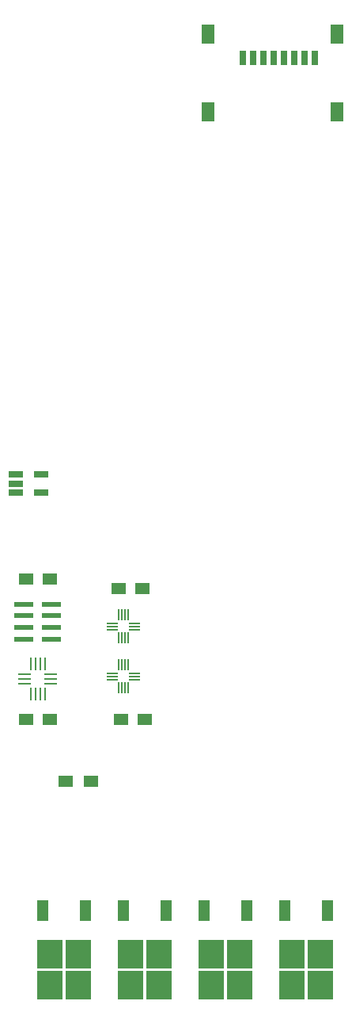
<source format=gtp>
G04 #@! TF.FileFunction,Paste,Top*
%FSLAX46Y46*%
G04 Gerber Fmt 4.6, Leading zero omitted, Abs format (unit mm)*
G04 Created by KiCad (PCBNEW 4.0.7) date Thursday, May 10, 2018 'AMt' 08:06:35 AM*
%MOMM*%
%LPD*%
G01*
G04 APERTURE LIST*
%ADD10C,0.100000*%
%ADD11R,0.200000X1.200000*%
%ADD12R,1.200000X0.200000*%
%ADD13R,1.500000X1.250000*%
%ADD14R,0.800000X1.500000*%
%ADD15R,1.450000X2.000000*%
%ADD16R,1.200000X2.200000*%
%ADD17R,2.750000X3.050000*%
%ADD18R,1.500000X1.300000*%
%ADD19R,1.560000X0.650000*%
%ADD20R,1.400000X0.250000*%
%ADD21R,0.250000X1.400000*%
%ADD22R,2.000000X0.530000*%
G04 APERTURE END LIST*
D10*
D11*
X111235000Y-114738000D03*
X111585000Y-114738000D03*
X111935000Y-114738000D03*
X112285000Y-114738000D03*
D12*
X112960000Y-113888000D03*
X112960000Y-113538000D03*
X112960000Y-113188000D03*
D11*
X112285000Y-112338000D03*
X111935000Y-112338000D03*
X111585000Y-112338000D03*
X111235000Y-112338000D03*
D12*
X110560000Y-113188000D03*
X110560000Y-113538000D03*
X110560000Y-113888000D03*
D11*
X111235000Y-109404000D03*
X111585000Y-109404000D03*
X111935000Y-109404000D03*
X112285000Y-109404000D03*
D12*
X112960000Y-108554000D03*
X112960000Y-108204000D03*
X112960000Y-107854000D03*
D11*
X112285000Y-107004000D03*
X111935000Y-107004000D03*
X111585000Y-107004000D03*
X111235000Y-107004000D03*
D12*
X110560000Y-107854000D03*
X110560000Y-108204000D03*
X110560000Y-108554000D03*
D13*
X111526000Y-118110000D03*
X114026000Y-118110000D03*
X101366000Y-118110000D03*
X103866000Y-118110000D03*
X111272000Y-104140000D03*
X113772000Y-104140000D03*
X101366000Y-103124000D03*
X103866000Y-103124000D03*
D14*
X124540000Y-47558000D03*
X125640000Y-47558000D03*
X126740000Y-47558000D03*
X127840000Y-47558000D03*
X128940000Y-47558000D03*
X130040000Y-47558000D03*
X131140000Y-47558000D03*
X132240000Y-47558000D03*
D15*
X120870000Y-53258000D03*
X134620000Y-53258000D03*
X120870000Y-44958000D03*
X134620000Y-44958000D03*
D16*
X124962000Y-138548000D03*
X120402000Y-138548000D03*
D17*
X121157000Y-146523000D03*
X124207000Y-143173000D03*
X124207000Y-146523000D03*
X121157000Y-143173000D03*
D16*
X133598000Y-138548000D03*
X129038000Y-138548000D03*
D17*
X129793000Y-146523000D03*
X132843000Y-143173000D03*
X132843000Y-146523000D03*
X129793000Y-143173000D03*
D16*
X107690000Y-138548000D03*
X103130000Y-138548000D03*
D17*
X103885000Y-146523000D03*
X106935000Y-143173000D03*
X106935000Y-146523000D03*
X103885000Y-143173000D03*
D16*
X116326000Y-138548000D03*
X111766000Y-138548000D03*
D17*
X112521000Y-146523000D03*
X115571000Y-143173000D03*
X115571000Y-146523000D03*
X112521000Y-143173000D03*
D18*
X108284000Y-124714000D03*
X105584000Y-124714000D03*
D19*
X100250000Y-92014000D03*
X100250000Y-92964000D03*
X100250000Y-93914000D03*
X102950000Y-93914000D03*
X102950000Y-92014000D03*
D20*
X103996000Y-113792000D03*
X103996000Y-113292000D03*
X103996000Y-114292000D03*
X101236000Y-113292000D03*
X101236000Y-113792000D03*
X101236000Y-114292000D03*
D21*
X103366000Y-112172000D03*
X102866000Y-112172000D03*
X102366000Y-112172000D03*
X101866000Y-112172000D03*
X101866000Y-115412000D03*
X102366000Y-115412000D03*
X102866000Y-115412000D03*
X103366000Y-115412000D03*
D22*
X101116000Y-105821000D03*
X104116000Y-105821000D03*
X101116000Y-107071000D03*
X101116000Y-108321000D03*
X101116000Y-109571000D03*
X104116000Y-109571000D03*
X104116000Y-108321000D03*
X104116000Y-107071000D03*
M02*

</source>
